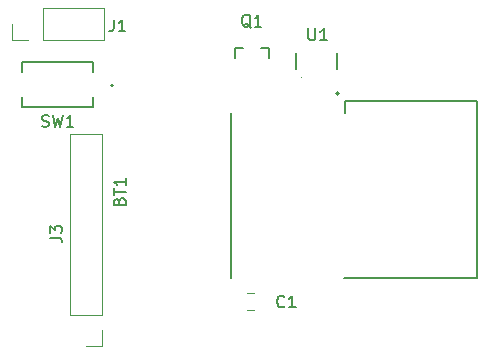
<source format=gbr>
%TF.GenerationSoftware,KiCad,Pcbnew,5.1.6-1.fc32*%
%TF.CreationDate,2020-06-07T18:14:15-07:00*%
%TF.ProjectId,hypnos,6879706e-6f73-42e6-9b69-6361645f7063,rev?*%
%TF.SameCoordinates,Original*%
%TF.FileFunction,Legend,Top*%
%TF.FilePolarity,Positive*%
%FSLAX46Y46*%
G04 Gerber Fmt 4.6, Leading zero omitted, Abs format (unit mm)*
G04 Created by KiCad (PCBNEW 5.1.6-1.fc32) date 2020-06-07 18:14:15*
%MOMM*%
%LPD*%
G01*
G04 APERTURE LIST*
%ADD10C,0.120000*%
%ADD11C,0.001000*%
%ADD12C,0.127000*%
%ADD13C,0.200000*%
%ADD14C,0.100000*%
%ADD15C,0.203200*%
%ADD16C,0.150000*%
G04 APERTURE END LIST*
D10*
%TO.C,J3*%
X108030000Y-106130000D02*
X105370000Y-106130000D01*
X108030000Y-121430000D02*
X108030000Y-106130000D01*
X105370000Y-121430000D02*
X105370000Y-106130000D01*
X108030000Y-121430000D02*
X105370000Y-121430000D01*
X108030000Y-122700000D02*
X108030000Y-124030000D01*
X108030000Y-124030000D02*
X106700000Y-124030000D01*
%TO.C,J1*%
X108210000Y-98130000D02*
X108210000Y-95470000D01*
X103070000Y-98130000D02*
X108210000Y-98130000D01*
X103070000Y-95470000D02*
X108210000Y-95470000D01*
X103070000Y-98130000D02*
X103070000Y-95470000D01*
X101800000Y-98130000D02*
X100470000Y-98130000D01*
X100470000Y-98130000D02*
X100470000Y-96800000D01*
D11*
%TO.C,U2*%
X135000000Y-118303020D02*
X128550000Y-118300000D01*
D12*
X128600000Y-104300000D02*
X128600000Y-103300000D01*
X128670000Y-103300000D02*
X139800000Y-103300000D01*
X139800000Y-103300000D02*
X139800000Y-118300000D01*
X139800000Y-118300000D02*
X128550000Y-118300000D01*
D13*
X128111803Y-102650000D02*
G75*
G03*
X128111803Y-102650000I-111803J0D01*
G01*
D12*
X119000000Y-118300000D02*
X119000000Y-104300000D01*
%TO.C,U1*%
X124505000Y-99200000D02*
X124505000Y-100600000D01*
X127995000Y-99200000D02*
X127995000Y-100600000D01*
D14*
X124950000Y-101300000D02*
G75*
G03*
X124950000Y-101300000I-50000J0D01*
G01*
D12*
%TO.C,SW1*%
X107300000Y-102930000D02*
X107300000Y-103800000D01*
X107300000Y-103800000D02*
X101300000Y-103800000D01*
X101300000Y-103800000D02*
X101300000Y-102930000D01*
X107300000Y-100870000D02*
X107300000Y-100000000D01*
X107300000Y-100000000D02*
X101300000Y-100000000D01*
X101300000Y-100000000D02*
X101300000Y-100870000D01*
D13*
X109000000Y-102000000D02*
G75*
G03*
X109000000Y-102000000I-100000J0D01*
G01*
D15*
%TO.C,Q1*%
X119327600Y-99652400D02*
X119327600Y-98839600D01*
X119327600Y-98839600D02*
X119986400Y-98839600D01*
X122172400Y-98839600D02*
X122172400Y-99652400D01*
X121513600Y-98839600D02*
X122172400Y-98839600D01*
D10*
%TO.C,C1*%
X120363748Y-119590000D02*
X120886252Y-119590000D01*
X120363748Y-121010000D02*
X120886252Y-121010000D01*
%TO.C,J3*%
D16*
X103677380Y-114873333D02*
X104391666Y-114873333D01*
X104534523Y-114920952D01*
X104629761Y-115016190D01*
X104677380Y-115159047D01*
X104677380Y-115254285D01*
X103677380Y-114492380D02*
X103677380Y-113873333D01*
X104058333Y-114206666D01*
X104058333Y-114063809D01*
X104105952Y-113968571D01*
X104153571Y-113920952D01*
X104248809Y-113873333D01*
X104486904Y-113873333D01*
X104582142Y-113920952D01*
X104629761Y-113968571D01*
X104677380Y-114063809D01*
X104677380Y-114349523D01*
X104629761Y-114444761D01*
X104582142Y-114492380D01*
%TO.C,J1*%
X109041666Y-96402380D02*
X109041666Y-97116666D01*
X108994047Y-97259523D01*
X108898809Y-97354761D01*
X108755952Y-97402380D01*
X108660714Y-97402380D01*
X110041666Y-97402380D02*
X109470238Y-97402380D01*
X109755952Y-97402380D02*
X109755952Y-96402380D01*
X109660714Y-96545238D01*
X109565476Y-96640476D01*
X109470238Y-96688095D01*
%TO.C,U1*%
X125538095Y-97152380D02*
X125538095Y-97961904D01*
X125585714Y-98057142D01*
X125633333Y-98104761D01*
X125728571Y-98152380D01*
X125919047Y-98152380D01*
X126014285Y-98104761D01*
X126061904Y-98057142D01*
X126109523Y-97961904D01*
X126109523Y-97152380D01*
X127109523Y-98152380D02*
X126538095Y-98152380D01*
X126823809Y-98152380D02*
X126823809Y-97152380D01*
X126728571Y-97295238D01*
X126633333Y-97390476D01*
X126538095Y-97438095D01*
%TO.C,SW1*%
X102966666Y-105439761D02*
X103109523Y-105487380D01*
X103347619Y-105487380D01*
X103442857Y-105439761D01*
X103490476Y-105392142D01*
X103538095Y-105296904D01*
X103538095Y-105201666D01*
X103490476Y-105106428D01*
X103442857Y-105058809D01*
X103347619Y-105011190D01*
X103157142Y-104963571D01*
X103061904Y-104915952D01*
X103014285Y-104868333D01*
X102966666Y-104773095D01*
X102966666Y-104677857D01*
X103014285Y-104582619D01*
X103061904Y-104535000D01*
X103157142Y-104487380D01*
X103395238Y-104487380D01*
X103538095Y-104535000D01*
X103871428Y-104487380D02*
X104109523Y-105487380D01*
X104300000Y-104773095D01*
X104490476Y-105487380D01*
X104728571Y-104487380D01*
X105633333Y-105487380D02*
X105061904Y-105487380D01*
X105347619Y-105487380D02*
X105347619Y-104487380D01*
X105252380Y-104630238D01*
X105157142Y-104725476D01*
X105061904Y-104773095D01*
%TO.C,Q1*%
X120654761Y-97097619D02*
X120559523Y-97050000D01*
X120464285Y-96954761D01*
X120321428Y-96811904D01*
X120226190Y-96764285D01*
X120130952Y-96764285D01*
X120178571Y-97002380D02*
X120083333Y-96954761D01*
X119988095Y-96859523D01*
X119940476Y-96669047D01*
X119940476Y-96335714D01*
X119988095Y-96145238D01*
X120083333Y-96050000D01*
X120178571Y-96002380D01*
X120369047Y-96002380D01*
X120464285Y-96050000D01*
X120559523Y-96145238D01*
X120607142Y-96335714D01*
X120607142Y-96669047D01*
X120559523Y-96859523D01*
X120464285Y-96954761D01*
X120369047Y-97002380D01*
X120178571Y-97002380D01*
X121559523Y-97002380D02*
X120988095Y-97002380D01*
X121273809Y-97002380D02*
X121273809Y-96002380D01*
X121178571Y-96145238D01*
X121083333Y-96240476D01*
X120988095Y-96288095D01*
%TO.C,C1*%
X123508333Y-120682142D02*
X123460714Y-120729761D01*
X123317857Y-120777380D01*
X123222619Y-120777380D01*
X123079761Y-120729761D01*
X122984523Y-120634523D01*
X122936904Y-120539285D01*
X122889285Y-120348809D01*
X122889285Y-120205952D01*
X122936904Y-120015476D01*
X122984523Y-119920238D01*
X123079761Y-119825000D01*
X123222619Y-119777380D01*
X123317857Y-119777380D01*
X123460714Y-119825000D01*
X123508333Y-119872619D01*
X124460714Y-120777380D02*
X123889285Y-120777380D01*
X124175000Y-120777380D02*
X124175000Y-119777380D01*
X124079761Y-119920238D01*
X123984523Y-120015476D01*
X123889285Y-120063095D01*
%TO.C,BT1*%
X109528571Y-111790714D02*
X109576190Y-111647857D01*
X109623809Y-111600238D01*
X109719047Y-111552619D01*
X109861904Y-111552619D01*
X109957142Y-111600238D01*
X110004761Y-111647857D01*
X110052380Y-111743095D01*
X110052380Y-112124047D01*
X109052380Y-112124047D01*
X109052380Y-111790714D01*
X109100000Y-111695476D01*
X109147619Y-111647857D01*
X109242857Y-111600238D01*
X109338095Y-111600238D01*
X109433333Y-111647857D01*
X109480952Y-111695476D01*
X109528571Y-111790714D01*
X109528571Y-112124047D01*
X109052380Y-111266904D02*
X109052380Y-110695476D01*
X110052380Y-110981190D02*
X109052380Y-110981190D01*
X110052380Y-109838333D02*
X110052380Y-110409761D01*
X110052380Y-110124047D02*
X109052380Y-110124047D01*
X109195238Y-110219285D01*
X109290476Y-110314523D01*
X109338095Y-110409761D01*
%TD*%
M02*

</source>
